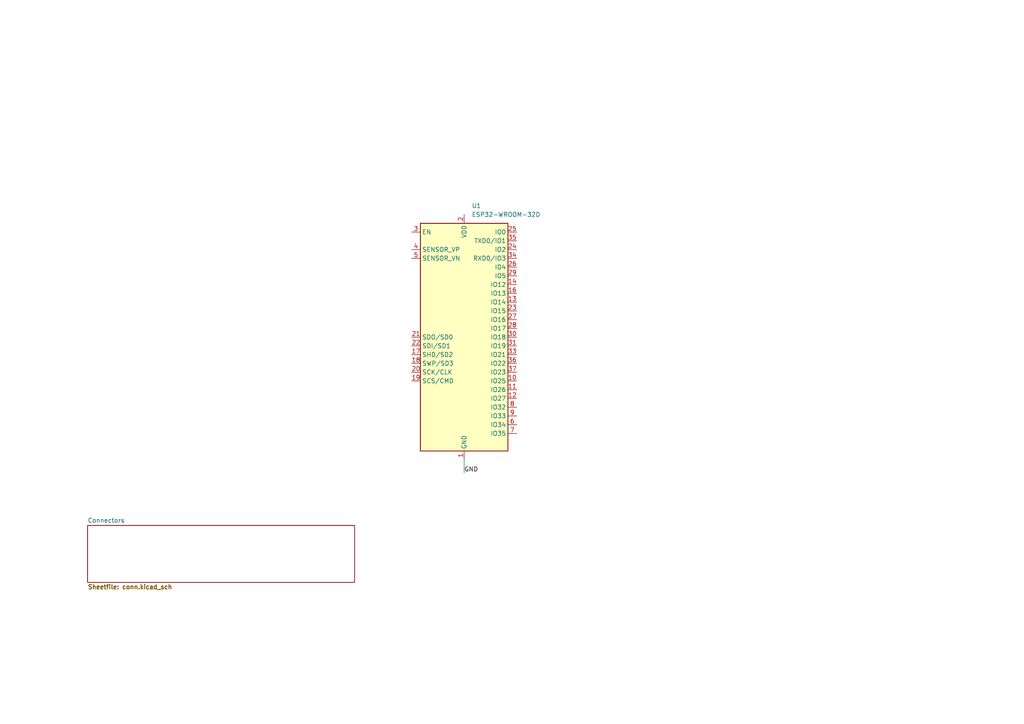
<source format=kicad_sch>
(kicad_sch (version 20231120) (generator "eeschema") (generator_version "8.0")
  (paper "A4")
  (lib_symbols
    (symbol "RF_Module:ESP32-WROOM-32D"
      (property "Reference" "U" (at -12.7 34.29 0))
      (property "Value" "ESP32-WROOM-32D" (at 1.27 34.29 0))
      (symbol "ESP32-WROOM-32D_0_1"
        (rectangle (start -12.7 33.02) (end 12.7 -33.02) (stroke (width 0.254)) (fill (type background)))
      )
      (symbol "ESP32-WROOM-32D_1_1"
        (pin power_in line (at 0 -35.56 90) (length 2.54) (name "GND") (number "1"))
        (pin bidirectional line (at 15.24 -12.7 180) (length 2.54) (name "IO25") (number "10"))
        (pin bidirectional line (at 15.24 -15.24 180) (length 2.54) (name "IO26") (number "11"))
        (pin bidirectional line (at 15.24 -17.78 180) (length 2.54) (name "IO27") (number "12"))
        (pin bidirectional line (at 15.24 10.16 180) (length 2.54) (name "IO14") (number "13"))
        (pin bidirectional line (at 15.24 15.24 180) (length 2.54) (name "IO12") (number "14"))
        (pin passive line (at 0 -35.56 90) (length 2.54) hide (name "GND") (number "15"))
        (pin bidirectional line (at 15.24 12.7 180) (length 2.54) (name "IO13") (number "16"))
        (pin bidirectional line (at -15.24 -5.08 0) (length 2.54) (name "SHD/SD2") (number "17"))
        (pin bidirectional line (at -15.24 -7.62 0) (length 2.54) (name "SWP/SD3") (number "18"))
        (pin bidirectional line (at -15.24 -12.7 0) (length 2.54) (name "SCS/CMD") (number "19"))
        (pin power_in line (at 0 35.56 270) (length 2.54) (name "VDD") (number "2"))
        (pin bidirectional line (at -15.24 -10.16 0) (length 2.54) (name "SCK/CLK") (number "20"))
        (pin bidirectional line (at -15.24 0 0) (length 2.54) (name "SDO/SD0") (number "21"))
        (pin bidirectional line (at -15.24 -2.54 0) (length 2.54) (name "SDI/SD1") (number "22"))
        (pin bidirectional line (at 15.24 7.62 180) (length 2.54) (name "IO15") (number "23"))
        (pin bidirectional line (at 15.24 25.4 180) (length 2.54) (name "IO2") (number "24"))
        (pin bidirectional line (at 15.24 30.48 180) (length 2.54) (name "IO0") (number "25"))
        (pin bidirectional line (at 15.24 20.32 180) (length 2.54) (name "IO4") (number "26"))
        (pin bidirectional line (at 15.24 5.08 180) (length 2.54) (name "IO16") (number "27"))
        (pin bidirectional line (at 15.24 2.54 180) (length 2.54) (name "IO17") (number "28"))
        (pin bidirectional line (at 15.24 17.78 180) (length 2.54) (name "IO5") (number "29"))
        (pin input line (at -15.24 30.48 0) (length 2.54) (name "EN") (number "3"))
        (pin bidirectional line (at 15.24 0 180) (length 2.54) (name "IO18") (number "30"))
        (pin bidirectional line (at 15.24 -2.54 180) (length 2.54) (name "IO19") (number "31"))
        (pin no_connect line (at -12.7 -27.94 0) (length 2.54) hide (name "NC") (number "32"))
        (pin bidirectional line (at 15.24 -5.08 180) (length 2.54) (name "IO21") (number "33"))
        (pin bidirectional line (at 15.24 22.86 180) (length 2.54) (name "RXD0/IO3") (number "34"))
        (pin bidirectional line (at 15.24 27.94 180) (length 2.54) (name "TXD0/IO1") (number "35"))
        (pin bidirectional line (at 15.24 -7.62 180) (length 2.54) (name "IO22") (number "36"))
        (pin bidirectional line (at 15.24 -10.16 180) (length 2.54) (name "IO23") (number "37"))
        (pin passive line (at 0 -35.56 90) (length 2.54) hide (name "GND") (number "38"))
        (pin passive line (at 0 -35.56 90) (length 2.54) hide (name "GND") (number "39"))
        (pin input line (at -15.24 25.4 0) (length 2.54) (name "SENSOR_VP") (number "4"))
        (pin input line (at -15.24 22.86 0) (length 2.54) (name "SENSOR_VN") (number "5"))
        (pin input line (at 15.24 -25.4 180) (length 2.54) (name "IO34") (number "6"))
        (pin input line (at 15.24 -27.94 180) (length 2.54) (name "IO35") (number "7"))
        (pin bidirectional line (at 15.24 -20.32 180) (length 2.54) (name "IO32") (number "8"))
        (pin bidirectional line (at 15.24 -22.86 180) (length 2.54) (name "IO33") (number "9"))
      )
    )
  )
  (wire (pts (xy 134.62 133.35) (xy 134.62 137.16)))
  (label "GND" (at 134.62 137.16 0))
  (symbol (lib_id "RF_Module:ESP32-WROOM-32D") (at 134.62 97.79 0) (unit 1)
    (property "Reference" "U1" (at 136.8141 59.69 0) (effects (justify left)))
    (property "Value" "ESP32-WROOM-32D" (at 136.8141 62.23 0) (effects (justify left)))
    (property "Footprint" "Alexander Footprint Library:ESP32-WROOM-Adapter-Legacy-v2" (effects (hide yes)))
    (property "Datasheet" "https://www.espressif.com/sites/default/files/documentation/esp32-wroom-32d_esp32-wroom-32u_datasheet_en.pdf" (effects (hide yes)))
  )
  (sheet (at 25.4 152.4) (size 77.47 16.51) (stroke (width 0.1524) (color 132 0 0 1))
    (property "Sheetname" "Connectors" (at 25.4 151.6884 0) (effects (justify left bottom)))
    (property "Sheetfile" "conn.kicad_sch" (at 25.4 169.4946 0) (show_name yes) (effects (font (bold yes)) (justify left top)))
  )
)
</source>
